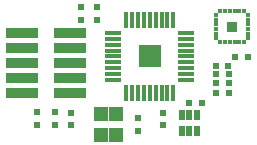
<source format=gts>
G04 ================== begin FILE IDENTIFICATION RECORD ==================*
G04 Layout Name:  ETDS_PCB_AN_EXTENDED.brd*
G04 Film Name:    SOLDEMASK_TOP*
G04 File Format:  Gerber RS274X*
G04 File Origin:  Cadence Allegro 16.6-S034*
G04 Origin Date:  Mon Dec 15 16:35:35 2014*
G04 *
G04 Layer:  VIA CLASS/SOLDERMASK_TOP*
G04 Layer:  PIN/SOLDERMASK_TOP*
G04 Layer:  PACKAGE GEOMETRY/SOLDERMASK_TOP*
G04 Layer:  BOARD GEOMETRY/SOLDERMASK_TOP*
G04 *
G04 Offset:    (0.00 0.00)*
G04 Mirror:    No*
G04 Mode:      Positive*
G04 Rotation:  0*
G04 FullContactRelief:  No*
G04 UndefLineWidth:     5.00*
G04 ================== end FILE IDENTIFICATION RECORD ====================*
%FSLAX25Y25*MOIN*%
%IR0*IPPOS*OFA0.00000B0.00000*MIA0B0*SFA1.00000B1.00000*%
%ADD10R,.105X.037*%
%ADD20R,.012X.017*%
%ADD19R,.017X.012*%
%ADD11R,.024X.024*%
%ADD17R,.024X.024*%
%ADD16R,.021X.037*%
%ADD18R,.035X.035*%
%ADD15R,.015X.055*%
%ADD13R,.055X.015*%
%ADD12R,.045X.045*%
%ADD14R,.075X.075*%
%LPD*%
G75*
G54D10*
X757400Y1672800D03*
Y1677800D03*
Y1682800D03*
Y1687800D03*
Y1692800D03*
X773400Y1672800D03*
Y1677800D03*
Y1682800D03*
Y1687800D03*
Y1692800D03*
G54D11*
X768300Y1662300D03*
Y1666500D03*
X762600Y1666400D03*
Y1662200D03*
X773800Y1662100D03*
Y1666300D03*
X777200Y1697300D03*
X782300D03*
X777200Y1701500D03*
X782300D03*
X796000Y1660200D03*
Y1664400D03*
X804350Y1666200D03*
Y1662000D03*
G54D20*
X831437Y1689700D03*
X829862D03*
X828287D03*
X826713D03*
X825138D03*
X823563D03*
Y1700200D03*
X825138D03*
X826713D03*
X828287D03*
X829862D03*
X831437D03*
G54D12*
X783700Y1658900D03*
Y1665700D03*
X788900D03*
Y1658900D03*
G54D13*
X787850Y1677126D03*
Y1679094D03*
Y1681063D03*
Y1683032D03*
Y1685000D03*
Y1686968D03*
Y1688937D03*
Y1690906D03*
Y1692874D03*
X812150Y1681063D03*
Y1679094D03*
Y1677126D03*
Y1692874D03*
Y1690906D03*
Y1688937D03*
Y1686968D03*
Y1685000D03*
Y1683032D03*
G54D14*
X800000Y1685000D03*
G54D15*
X801968Y1672850D03*
X800000D03*
X798032D03*
X796063D03*
X794094D03*
X792126D03*
Y1697150D03*
X794094D03*
X796063D03*
X798032D03*
X800000D03*
X801968D03*
X807874Y1672850D03*
X805906D03*
X803937D03*
Y1697150D03*
X805906D03*
X807874D03*
G54D16*
X815850Y1660250D03*
X813250D03*
X810650D03*
Y1665450D03*
X813250D03*
X815850D03*
G54D17*
X817450Y1669550D03*
X813250D03*
X826400Y1679000D03*
X822200D03*
X826250Y1681850D03*
X822050D03*
X826450Y1672800D03*
X822250D03*
X822150Y1676050D03*
X826350D03*
X828550Y1684850D03*
X832750D03*
G54D18*
X827400Y1694950D03*
G54D19*
X822250Y1691013D03*
Y1692588D03*
Y1694163D03*
Y1695737D03*
Y1697312D03*
X832750D03*
Y1695737D03*
Y1694163D03*
Y1692588D03*
Y1691013D03*
X822250Y1698887D03*
X832750D03*
M02*

</source>
